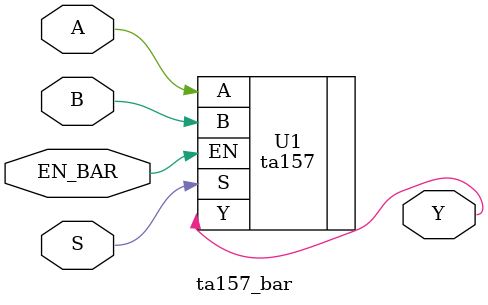
<source format=v>

module ta157_bar(
    input           A,                  // 
    input           B,                  // 
    input           S,                  //
    input           EN_BAR,             //
    output          Y                   // 
);

// 2x1 multiplexer
ta157 U1 (
    .A(A),
    .B(B),
    .S(S),
    .EN(EN_BAR),
    .Y(Y)
);

endmodule
</source>
